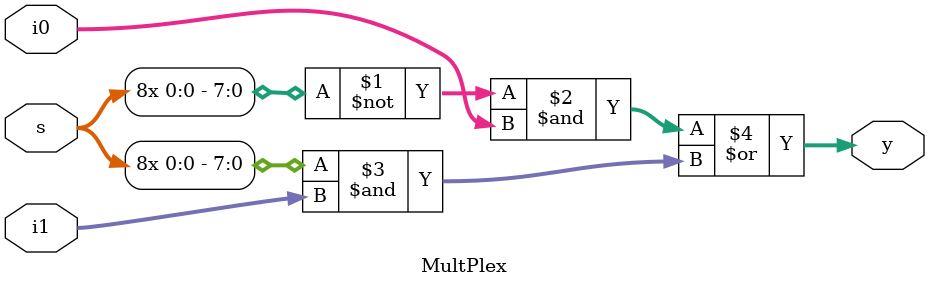
<source format=v>
`timescale 1ns / 1ps

module MultPlex(
    input s,
    input [7:0] i0,
    input [7:0] i1,
    output [7:0] y
    );
  
    
    assign y = (~{8{s}} & i0) | ({8{s}} & i1);
    
endmodule

</source>
